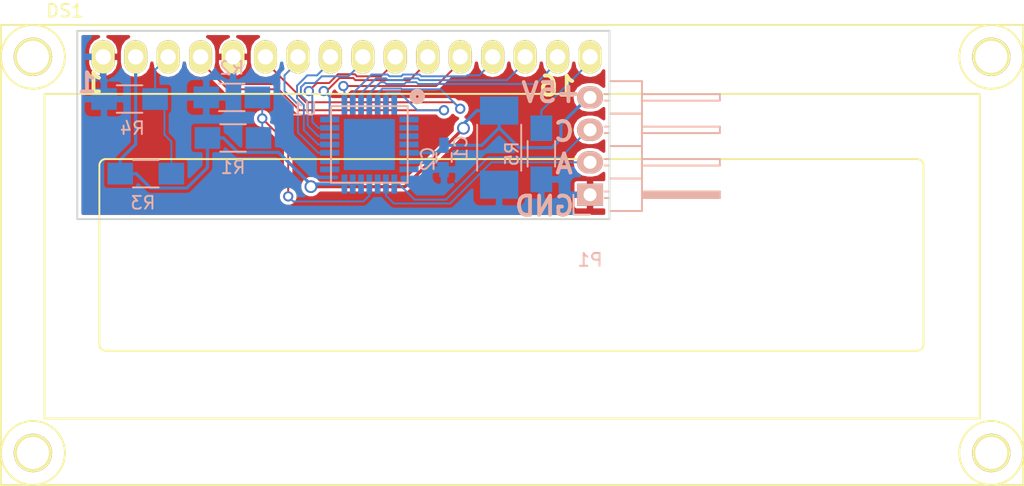
<source format=kicad_pcb>
(kicad_pcb (version 4) (host pcbnew 4.0.2-4+6225~38~ubuntu14.04.1-stable)

  (general
    (links 36)
    (no_connects 20)
    (area 142.672999 91.872999 184.479001 106.755001)
    (thickness 1.6)
    (drawings 11)
    (tracks 199)
    (zones 0)
    (modules 10)
    (nets 28)
  )

  (page A4)
  (layers
    (0 F.Cu signal)
    (31 B.Cu signal)
    (32 B.Adhes user)
    (33 F.Adhes user)
    (34 B.Paste user)
    (35 F.Paste user)
    (36 B.SilkS user)
    (37 F.SilkS user)
    (38 B.Mask user)
    (39 F.Mask user)
    (40 Dwgs.User user)
    (41 Cmts.User user)
    (42 Eco1.User user)
    (43 Eco2.User user)
    (44 Edge.Cuts user)
    (45 Margin user)
    (46 B.CrtYd user)
    (47 F.CrtYd user)
    (48 B.Fab user)
    (49 F.Fab user)
  )

  (setup
    (last_trace_width 0.15)
    (trace_clearance 0.15)
    (zone_clearance 0.254)
    (zone_45_only no)
    (trace_min 0.15)
    (segment_width 0.2)
    (edge_width 0.15)
    (via_size 0.8)
    (via_drill 0.5)
    (via_min_size 0.8)
    (via_min_drill 0.5)
    (uvia_size 0.3)
    (uvia_drill 0.1)
    (uvias_allowed no)
    (uvia_min_size 0.2)
    (uvia_min_drill 0.1)
    (pcb_text_width 0.3)
    (pcb_text_size 1.5 1.5)
    (mod_edge_width 0.15)
    (mod_text_size 1 1)
    (mod_text_width 0.15)
    (pad_size 1.524 1.524)
    (pad_drill 0.762)
    (pad_to_mask_clearance 0.2)
    (aux_axis_origin 0 0)
    (visible_elements FFFFBF7F)
    (pcbplotparams
      (layerselection 0x010f0_80000001)
      (usegerberextensions false)
      (excludeedgelayer true)
      (linewidth 0.100000)
      (plotframeref false)
      (viasonmask true)
      (mode 1)
      (useauxorigin false)
      (hpglpennumber 1)
      (hpglpenspeed 20)
      (hpglpendiameter 15)
      (hpglpenoverlay 2)
      (psnegative false)
      (psa4output false)
      (plotreference true)
      (plotvalue true)
      (plotinvisibletext false)
      (padsonsilk false)
      (subtractmaskfromsilk false)
      (outputformat 1)
      (mirror false)
      (drillshape 0)
      (scaleselection 1)
      (outputdirectory Gerbers/))
  )

  (net 0 "")
  (net 1 +5V)
  (net 2 GND)
  (net 3 /LCD_VO)
  (net 4 /LCD_RS)
  (net 5 /LCD_E)
  (net 6 "Net-(DS1-Pad16)")
  (net 7 /A0)
  (net 8 "Net-(U1-Pad15)")
  (net 9 "Net-(U1-Pad16)")
  (net 10 /SCL)
  (net 11 /SDA)
  (net 12 "Net-(U1-Pad4)")
  (net 13 "Net-(U1-Pad10)")
  (net 14 "Net-(U1-Pad7)")
  (net 15 /D0)
  (net 16 /D1)
  (net 17 /D2)
  (net 18 /D3)
  (net 19 /D4)
  (net 20 /D5)
  (net 21 /D6)
  (net 22 /D7)
  (net 23 /LCD_BL)
  (net 24 "Net-(U1-Pad28)")
  (net 25 "Net-(U1-Pad1)")
  (net 26 "Net-(U1-Pad3)")
  (net 27 "Net-(U1-Pad2)")

  (net_class Default "Dies ist die voreingestellte Netzklasse."
    (clearance 0.15)
    (trace_width 0.15)
    (via_dia 0.8)
    (via_drill 0.5)
    (uvia_dia 0.3)
    (uvia_drill 0.1)
    (add_net /A0)
    (add_net /D0)
    (add_net /D1)
    (add_net /D2)
    (add_net /D3)
    (add_net /D4)
    (add_net /D5)
    (add_net /D6)
    (add_net /D7)
    (add_net /LCD_BL)
    (add_net /LCD_E)
    (add_net /LCD_RS)
    (add_net /LCD_VO)
    (add_net /SCL)
    (add_net /SDA)
    (add_net "Net-(DS1-Pad16)")
    (add_net "Net-(U1-Pad1)")
    (add_net "Net-(U1-Pad10)")
    (add_net "Net-(U1-Pad15)")
    (add_net "Net-(U1-Pad16)")
    (add_net "Net-(U1-Pad2)")
    (add_net "Net-(U1-Pad28)")
    (add_net "Net-(U1-Pad3)")
    (add_net "Net-(U1-Pad4)")
    (add_net "Net-(U1-Pad7)")
  )

  (net_class POWER ""
    (clearance 0.15)
    (trace_width 0.25)
    (via_dia 1)
    (via_drill 0.7)
    (uvia_dia 0.3)
    (uvia_drill 0.1)
    (add_net +5V)
    (add_net GND)
  )

  (module "PIC24 USB:QFN28_6x6mm" (layer B.Cu) (tedit 56D33A43) (tstamp 56D3458D)
    (at 165.608 100.838 180)
    (path /56D36D3C)
    (fp_text reference U1 (at 5.08 2.794 180) (layer B.SilkS)
      (effects (font (size 1 1) (thickness 0.15)) (justify mirror))
    )
    (fp_text value MCP23017_QFN28 (at 2.5 -8.5 180) (layer B.Fab)
      (effects (font (size 1 1) (thickness 0.15)) (justify mirror))
    )
    (fp_circle (center -3.75 3.75) (end -3.5 3.5) (layer B.SilkS) (width 0.5))
    (fp_line (start 3 3) (end -3 3) (layer B.SilkS) (width 0.15))
    (fp_line (start 3 -3) (end 3 3) (layer B.SilkS) (width 0.15))
    (fp_line (start -3 -3) (end 3 -3) (layer B.SilkS) (width 0.15))
    (fp_line (start -3 3) (end -3 -3) (layer B.SilkS) (width 0.15))
    (pad 24 smd rect (at 0.65 3.1 180) (size 0.45 1.5) (layers B.Cu B.Paste B.Mask)
      (net 22 /D7))
    (pad 25 smd rect (at 0 3.1 180) (size 0.45 1.5) (layers B.Cu B.Paste B.Mask)
      (net 23 /LCD_BL))
    (pad 22 smd rect (at 1.95 3.1 180) (size 0.45 1.5) (layers B.Cu B.Paste B.Mask)
      (net 20 /D5))
    (pad 23 smd rect (at 1.3 3.1 180) (size 0.45 1.5) (layers B.Cu B.Paste B.Mask)
      (net 21 /D6))
    (pad 28 smd rect (at -1.95 3.1 180) (size 0.45 1.5) (layers B.Cu B.Paste B.Mask)
      (net 24 "Net-(U1-Pad28)"))
    (pad 26 smd rect (at -0.65 3.1 180) (size 0.45 1.5) (layers B.Cu B.Paste B.Mask)
      (net 4 /LCD_RS))
    (pad 27 smd rect (at -1.3 3.1 180) (size 0.45 1.5) (layers B.Cu B.Paste B.Mask)
      (net 5 /LCD_E))
    (pad 20 smd rect (at 3.1 1.3 90) (size 0.45 1.5) (layers B.Cu B.Paste B.Mask)
      (net 18 /D3))
    (pad 15 smd rect (at 3.1 -1.95 90) (size 0.45 1.5) (layers B.Cu B.Paste B.Mask)
      (net 8 "Net-(U1-Pad15)"))
    (pad 18 smd rect (at 3.1 0 90) (size 0.45 1.5) (layers B.Cu B.Paste B.Mask)
      (net 16 /D1))
    (pad 16 smd rect (at 3.1 -1.3 90) (size 0.45 1.5) (layers B.Cu B.Paste B.Mask)
      (net 9 "Net-(U1-Pad16)"))
    (pad 19 smd rect (at 3.1 0.65 90) (size 0.45 1.5) (layers B.Cu B.Paste B.Mask)
      (net 17 /D2))
    (pad 21 smd rect (at 3.1 1.95 90) (size 0.45 1.5) (layers B.Cu B.Paste B.Mask)
      (net 19 /D4))
    (pad 17 smd rect (at 3.1 -0.65 90) (size 0.45 1.5) (layers B.Cu B.Paste B.Mask)
      (net 15 /D0))
    (pad 13 smd rect (at 1.3 -3.1) (size 0.45 1.5) (layers B.Cu B.Paste B.Mask)
      (net 1 +5V))
    (pad 12 smd rect (at 0.65 -3.1) (size 0.45 1.5) (layers B.Cu B.Paste B.Mask)
      (net 1 +5V))
    (pad 10 smd rect (at -0.65 -3.1) (size 0.45 1.5) (layers B.Cu B.Paste B.Mask)
      (net 13 "Net-(U1-Pad10)"))
    (pad 8 smd rect (at -1.95 -3.1) (size 0.45 1.5) (layers B.Cu B.Paste B.Mask)
      (net 10 /SCL))
    (pad 11 smd rect (at 0 -3.1) (size 0.45 1.5) (layers B.Cu B.Paste B.Mask)
      (net 7 /A0))
    (pad 14 smd rect (at 1.95 -3.1) (size 0.45 1.5) (layers B.Cu B.Paste B.Mask)
      (net 1 +5V))
    (pad 9 smd rect (at -1.3 -3.1) (size 0.45 1.5) (layers B.Cu B.Paste B.Mask)
      (net 11 /SDA))
    (pad 5 smd rect (at -3.1 -0.65 270) (size 0.45 1.5) (layers B.Cu B.Paste B.Mask)
      (net 1 +5V))
    (pad 1 smd rect (at -3.1 1.95 270) (size 0.45 1.5) (layers B.Cu B.Paste B.Mask)
      (net 25 "Net-(U1-Pad1)"))
    (pad 7 smd rect (at -3.1 -1.95 270) (size 0.45 1.5) (layers B.Cu B.Paste B.Mask)
      (net 14 "Net-(U1-Pad7)"))
    (pad 3 smd rect (at -3.1 0.65 270) (size 0.45 1.5) (layers B.Cu B.Paste B.Mask)
      (net 26 "Net-(U1-Pad3)"))
    (pad 2 smd rect (at -3.1 1.3 270) (size 0.45 1.5) (layers B.Cu B.Paste B.Mask)
      (net 27 "Net-(U1-Pad2)"))
    (pad 6 smd rect (at -3.1 -1.3 270) (size 0.45 1.5) (layers B.Cu B.Paste B.Mask)
      (net 2 GND))
    (pad 4 smd rect (at -3.1 0 270) (size 0.45 1.5) (layers B.Cu B.Paste B.Mask)
      (net 12 "Net-(U1-Pad4)"))
    (pad EP smd rect (at 0 0 180) (size 4 4) (layers B.Cu B.Paste B.Mask)
      (net 2 GND))
  )

  (module WC1602A locked (layer F.Cu) (tedit 0) (tstamp 56D34225)
    (at 144.78 93.98)
    (descr http://www.kamami.pl/dl/wc1602a0.pdf)
    (tags "LCD 16x2 Alphanumeric 16pin")
    (path /56D326FB)
    (fp_text reference DS1 (at -2.99974 -3.59918) (layer F.SilkS)
      (effects (font (size 1 1) (thickness 0.15)))
    )
    (fp_text value LCD16X2 (at 31.99892 15.49908) (layer F.Fab)
      (effects (font (size 1 1) (thickness 0.15)))
    )
    (fp_line (start 0.20066 8.001) (end 63.70066 8.001) (layer F.SilkS) (width 0.15))
    (fp_line (start -0.29972 22.49932) (end -0.29972 8.49884) (layer F.SilkS) (width 0.15))
    (fp_line (start 63.70066 22.9997) (end 0.20066 22.9997) (layer F.SilkS) (width 0.15))
    (fp_line (start 64.20104 8.49884) (end 64.20104 22.49932) (layer F.SilkS) (width 0.15))
    (fp_arc (start 63.70066 8.49884) (end 63.70066 8.001) (angle 90) (layer F.SilkS) (width 0.15))
    (fp_arc (start 63.70066 22.49932) (end 64.20104 22.49932) (angle 90) (layer F.SilkS) (width 0.15))
    (fp_arc (start 0.20066 22.49932) (end 0.20066 22.9997) (angle 90) (layer F.SilkS) (width 0.15))
    (fp_arc (start 0.20066 8.49884) (end -0.29972 8.49884) (angle 90) (layer F.SilkS) (width 0.15))
    (fp_line (start -4.59994 2.90068) (end 68.60032 2.90068) (layer F.SilkS) (width 0.15))
    (fp_line (start 68.60032 2.90068) (end 68.60032 28.30068) (layer F.SilkS) (width 0.15))
    (fp_line (start 68.60032 28.30068) (end -4.59994 28.30068) (layer F.SilkS) (width 0.15))
    (fp_line (start -4.59994 28.30068) (end -4.59994 2.90068) (layer F.SilkS) (width 0.15))
    (fp_circle (center 69.49948 0) (end 71.99884 0) (layer F.SilkS) (width 0.15))
    (fp_circle (center 69.49948 31.0007) (end 71.99884 31.0007) (layer F.SilkS) (width 0.15))
    (fp_circle (center -5.4991 31.0007) (end -8.001 31.0007) (layer F.SilkS) (width 0.15))
    (fp_circle (center -5.4991 0) (end -2.99974 0) (layer F.SilkS) (width 0.15))
    (fp_line (start -8.001 -2.49936) (end 71.99884 -2.49936) (layer F.SilkS) (width 0.15))
    (fp_line (start 71.99884 -2.49936) (end 71.99884 33.50006) (layer F.SilkS) (width 0.15))
    (fp_line (start 71.99884 33.50006) (end -8.001 33.50006) (layer F.SilkS) (width 0.15))
    (fp_line (start -8.001 33.50006) (end -8.001 -2.49936) (layer F.SilkS) (width 0.15))
    (pad 1 thru_hole oval (at 0 0) (size 1.8 2.6) (drill 1.2) (layers *.Cu *.Mask F.SilkS)
      (net 2 GND))
    (pad 2 thru_hole oval (at 2.54 0) (size 1.8 2.6) (drill 1.2) (layers *.Cu *.Mask F.SilkS)
      (net 1 +5V))
    (pad 3 thru_hole oval (at 5.08 0) (size 1.8 2.6) (drill 1.2) (layers *.Cu *.Mask F.SilkS)
      (net 3 /LCD_VO))
    (pad 4 thru_hole oval (at 7.62 0) (size 1.8 2.6) (drill 1.2) (layers *.Cu *.Mask F.SilkS)
      (net 5 /LCD_E))
    (pad 5 thru_hole oval (at 10.16 0) (size 1.8 2.6) (drill 1.2) (layers *.Cu *.Mask F.SilkS)
      (net 2 GND))
    (pad 6 thru_hole oval (at 12.7 0) (size 1.8 2.6) (drill 1.2) (layers *.Cu *.Mask F.SilkS)
      (net 4 /LCD_RS))
    (pad 7 thru_hole oval (at 15.24 0) (size 1.8 2.6) (drill 1.2) (layers *.Cu *.Mask F.SilkS)
      (net 15 /D0))
    (pad 8 thru_hole oval (at 17.78 0) (size 1.8 2.6) (drill 1.2) (layers *.Cu *.Mask F.SilkS)
      (net 16 /D1))
    (pad 9 thru_hole oval (at 20.32 0) (size 1.8 2.6) (drill 1.2) (layers *.Cu *.Mask F.SilkS)
      (net 17 /D2))
    (pad 10 thru_hole oval (at 22.86 0) (size 1.8 2.6) (drill 1.2) (layers *.Cu *.Mask F.SilkS)
      (net 18 /D3))
    (pad 11 thru_hole oval (at 25.4 0) (size 1.8 2.6) (drill 1.2) (layers *.Cu *.Mask F.SilkS)
      (net 19 /D4))
    (pad 12 thru_hole oval (at 27.94 0) (size 1.8 2.6) (drill 1.2) (layers *.Cu *.Mask F.SilkS)
      (net 20 /D5))
    (pad 13 thru_hole oval (at 30.48 0) (size 1.8 2.6) (drill 1.2) (layers *.Cu *.Mask F.SilkS)
      (net 21 /D6))
    (pad 14 thru_hole oval (at 33.02 0) (size 1.8 2.6) (drill 1.2) (layers *.Cu *.Mask F.SilkS)
      (net 22 /D7))
    (pad 15 thru_hole oval (at 35.56 0) (size 1.8 2.6) (drill 1.2) (layers *.Cu *.Mask F.SilkS)
      (net 23 /LCD_BL))
    (pad 16 thru_hole oval (at 38.1 0) (size 1.8 2.6) (drill 1.2) (layers *.Cu *.Mask F.SilkS)
      (net 6 "Net-(DS1-Pad16)"))
    (pad 0 thru_hole circle (at -5.4991 0) (size 3 3) (drill 2.5) (layers *.Cu *.Mask F.SilkS))
    (pad 0 thru_hole circle (at -5.4991 31.0007) (size 3 3) (drill 2.5) (layers *.Cu *.Mask F.SilkS))
    (pad 0 thru_hole circle (at 69.49948 31.0007) (size 3 3) (drill 2.5) (layers *.Cu *.Mask F.SilkS))
    (pad 0 thru_hole circle (at 69.49948 0) (size 3 3) (drill 2.5) (layers *.Cu *.Mask F.SilkS))
  )

  (module Capacitors_SMD:C_1812_HandSoldering (layer B.Cu) (tedit 541A9C88) (tstamp 56D341ED)
    (at 175.768 101.092 270)
    (descr "Capacitor SMD 1812, hand soldering")
    (tags "capacitor 1812")
    (path /56D346A5)
    (attr smd)
    (fp_text reference C1 (at 0 3 270) (layer B.SilkS)
      (effects (font (size 1 1) (thickness 0.15)) (justify mirror))
    )
    (fp_text value 1u (at 0 -3 270) (layer B.Fab)
      (effects (font (size 1 1) (thickness 0.15)) (justify mirror))
    )
    (fp_line (start -4.3 1.85) (end 4.3 1.85) (layer B.CrtYd) (width 0.05))
    (fp_line (start -4.3 -1.85) (end 4.3 -1.85) (layer B.CrtYd) (width 0.05))
    (fp_line (start -4.3 1.85) (end -4.3 -1.85) (layer B.CrtYd) (width 0.05))
    (fp_line (start 4.3 1.85) (end 4.3 -1.85) (layer B.CrtYd) (width 0.05))
    (fp_line (start 1.8 1.725) (end -1.8 1.725) (layer B.SilkS) (width 0.15))
    (fp_line (start -1.8 -1.725) (end 1.8 -1.725) (layer B.SilkS) (width 0.15))
    (pad 1 smd rect (at -2.9 0 270) (size 2.2 3) (layers B.Cu B.Paste B.Mask)
      (net 1 +5V))
    (pad 2 smd rect (at 2.9 0 270) (size 2.2 3) (layers B.Cu B.Paste B.Mask)
      (net 2 GND))
    (model Capacitors_SMD.3dshapes/C_1812_HandSoldering.wrl
      (at (xyz 0 0 0))
      (scale (xyz 1 1 1))
      (rotate (xyz 0 0 0))
    )
  )

  (module Capacitors_SMD:C_0603_HandSoldering (layer B.Cu) (tedit 541A9B4D) (tstamp 56D341F9)
    (at 171.45 101.854 270)
    (descr "Capacitor SMD 0603, hand soldering")
    (tags "capacitor 0603")
    (path /56D340B9)
    (attr smd)
    (fp_text reference C2 (at 0.127 1.27 270) (layer B.SilkS)
      (effects (font (size 1 1) (thickness 0.15)) (justify mirror))
    )
    (fp_text value 100n (at 0 -1.9 270) (layer B.Fab)
      (effects (font (size 1 1) (thickness 0.15)) (justify mirror))
    )
    (fp_line (start -1.85 0.75) (end 1.85 0.75) (layer B.CrtYd) (width 0.05))
    (fp_line (start -1.85 -0.75) (end 1.85 -0.75) (layer B.CrtYd) (width 0.05))
    (fp_line (start -1.85 0.75) (end -1.85 -0.75) (layer B.CrtYd) (width 0.05))
    (fp_line (start 1.85 0.75) (end 1.85 -0.75) (layer B.CrtYd) (width 0.05))
    (fp_line (start -0.35 0.6) (end 0.35 0.6) (layer B.SilkS) (width 0.15))
    (fp_line (start 0.35 -0.6) (end -0.35 -0.6) (layer B.SilkS) (width 0.15))
    (pad 1 smd rect (at -0.95 0 270) (size 1.2 0.75) (layers B.Cu B.Paste B.Mask)
      (net 1 +5V))
    (pad 2 smd rect (at 0.95 0 270) (size 1.2 0.75) (layers B.Cu B.Paste B.Mask)
      (net 2 GND))
    (model Capacitors_SMD.3dshapes/C_0603_HandSoldering.wrl
      (at (xyz 0 0 0))
      (scale (xyz 1 1 1))
      (rotate (xyz 0 0 0))
    )
  )

  (module Resistors_SMD:R_1206_HandSoldering (layer B.Cu) (tedit 5418A20D) (tstamp 56D34231)
    (at 154.94 100.33)
    (descr "Resistor SMD 1206, hand soldering")
    (tags "resistor 1206")
    (path /56D34B31)
    (attr smd)
    (fp_text reference R1 (at 0 2.3) (layer B.SilkS)
      (effects (font (size 1 1) (thickness 0.15)) (justify mirror))
    )
    (fp_text value R (at 0 -2.3) (layer B.Fab)
      (effects (font (size 1 1) (thickness 0.15)) (justify mirror))
    )
    (fp_line (start -3.3 1.2) (end 3.3 1.2) (layer B.CrtYd) (width 0.05))
    (fp_line (start -3.3 -1.2) (end 3.3 -1.2) (layer B.CrtYd) (width 0.05))
    (fp_line (start -3.3 1.2) (end -3.3 -1.2) (layer B.CrtYd) (width 0.05))
    (fp_line (start 3.3 1.2) (end 3.3 -1.2) (layer B.CrtYd) (width 0.05))
    (fp_line (start 1 -1.075) (end -1 -1.075) (layer B.SilkS) (width 0.15))
    (fp_line (start -1 1.075) (end 1 1.075) (layer B.SilkS) (width 0.15))
    (pad 1 smd rect (at -2 0) (size 2 1.7) (layers B.Cu B.Paste B.Mask)
      (net 1 +5V))
    (pad 2 smd rect (at 2 0) (size 2 1.7) (layers B.Cu B.Paste B.Mask)
      (net 7 /A0))
    (model Resistors_SMD.3dshapes/R_1206_HandSoldering.wrl
      (at (xyz 0 0 0))
      (scale (xyz 1 1 1))
      (rotate (xyz 0 0 0))
    )
  )

  (module Resistors_SMD:R_1206_HandSoldering (layer B.Cu) (tedit 5418A20D) (tstamp 56D3423D)
    (at 154.845 97.155 180)
    (descr "Resistor SMD 1206, hand soldering")
    (tags "resistor 1206")
    (path /56D34B37)
    (attr smd)
    (fp_text reference R2 (at 0 2.3 180) (layer B.SilkS)
      (effects (font (size 1 1) (thickness 0.15)) (justify mirror))
    )
    (fp_text value R (at 0 -2.3 180) (layer B.Fab)
      (effects (font (size 1 1) (thickness 0.15)) (justify mirror))
    )
    (fp_line (start -3.3 1.2) (end 3.3 1.2) (layer B.CrtYd) (width 0.05))
    (fp_line (start -3.3 -1.2) (end 3.3 -1.2) (layer B.CrtYd) (width 0.05))
    (fp_line (start -3.3 1.2) (end -3.3 -1.2) (layer B.CrtYd) (width 0.05))
    (fp_line (start 3.3 1.2) (end 3.3 -1.2) (layer B.CrtYd) (width 0.05))
    (fp_line (start 1 -1.075) (end -1 -1.075) (layer B.SilkS) (width 0.15))
    (fp_line (start -1 1.075) (end 1 1.075) (layer B.SilkS) (width 0.15))
    (pad 1 smd rect (at -2 0 180) (size 2 1.7) (layers B.Cu B.Paste B.Mask)
      (net 7 /A0))
    (pad 2 smd rect (at 2 0 180) (size 2 1.7) (layers B.Cu B.Paste B.Mask)
      (net 2 GND))
    (model Resistors_SMD.3dshapes/R_1206_HandSoldering.wrl
      (at (xyz 0 0 0))
      (scale (xyz 1 1 1))
      (rotate (xyz 0 0 0))
    )
  )

  (module Resistors_SMD:R_1206_HandSoldering (layer B.Cu) (tedit 5418A20D) (tstamp 56D34249)
    (at 148.114 103.124)
    (descr "Resistor SMD 1206, hand soldering")
    (tags "resistor 1206")
    (path /56D327CE)
    (attr smd)
    (fp_text reference R3 (at -0.222 2.286) (layer B.SilkS)
      (effects (font (size 1 1) (thickness 0.15)) (justify mirror))
    )
    (fp_text value R (at 0 -2.3) (layer B.Fab)
      (effects (font (size 1 1) (thickness 0.15)) (justify mirror))
    )
    (fp_line (start -3.3 1.2) (end 3.3 1.2) (layer B.CrtYd) (width 0.05))
    (fp_line (start -3.3 -1.2) (end 3.3 -1.2) (layer B.CrtYd) (width 0.05))
    (fp_line (start -3.3 1.2) (end -3.3 -1.2) (layer B.CrtYd) (width 0.05))
    (fp_line (start 3.3 1.2) (end 3.3 -1.2) (layer B.CrtYd) (width 0.05))
    (fp_line (start 1 -1.075) (end -1 -1.075) (layer B.SilkS) (width 0.15))
    (fp_line (start -1 1.075) (end 1 1.075) (layer B.SilkS) (width 0.15))
    (pad 1 smd rect (at -2 0) (size 2 1.7) (layers B.Cu B.Paste B.Mask)
      (net 1 +5V))
    (pad 2 smd rect (at 2 0) (size 2 1.7) (layers B.Cu B.Paste B.Mask)
      (net 3 /LCD_VO))
    (model Resistors_SMD.3dshapes/R_1206_HandSoldering.wrl
      (at (xyz 0 0 0))
      (scale (xyz 1 1 1))
      (rotate (xyz 0 0 0))
    )
  )

  (module Resistors_SMD:R_1206_HandSoldering (layer B.Cu) (tedit 5418A20D) (tstamp 56D34255)
    (at 146.844 97.282 180)
    (descr "Resistor SMD 1206, hand soldering")
    (tags "resistor 1206")
    (path /56D327FB)
    (attr smd)
    (fp_text reference R4 (at -0.222 -2.286 180) (layer B.SilkS)
      (effects (font (size 1 1) (thickness 0.15)) (justify mirror))
    )
    (fp_text value R (at 0 -2.3 180) (layer B.Fab)
      (effects (font (size 1 1) (thickness 0.15)) (justify mirror))
    )
    (fp_line (start -3.3 1.2) (end 3.3 1.2) (layer B.CrtYd) (width 0.05))
    (fp_line (start -3.3 -1.2) (end 3.3 -1.2) (layer B.CrtYd) (width 0.05))
    (fp_line (start -3.3 1.2) (end -3.3 -1.2) (layer B.CrtYd) (width 0.05))
    (fp_line (start 3.3 1.2) (end 3.3 -1.2) (layer B.CrtYd) (width 0.05))
    (fp_line (start 1 -1.075) (end -1 -1.075) (layer B.SilkS) (width 0.15))
    (fp_line (start -1 1.075) (end 1 1.075) (layer B.SilkS) (width 0.15))
    (pad 1 smd rect (at -2 0 180) (size 2 1.7) (layers B.Cu B.Paste B.Mask)
      (net 3 /LCD_VO))
    (pad 2 smd rect (at 2 0 180) (size 2 1.7) (layers B.Cu B.Paste B.Mask)
      (net 2 GND))
    (model Resistors_SMD.3dshapes/R_1206_HandSoldering.wrl
      (at (xyz 0 0 0))
      (scale (xyz 1 1 1))
      (rotate (xyz 0 0 0))
    )
  )

  (module Resistors_SMD:R_1206_HandSoldering (layer B.Cu) (tedit 5418A20D) (tstamp 56D34261)
    (at 179.07 101.568 270)
    (descr "Resistor SMD 1206, hand soldering")
    (tags "resistor 1206")
    (path /56D32B1B)
    (attr smd)
    (fp_text reference R5 (at 0 2.3 270) (layer B.SilkS)
      (effects (font (size 1 1) (thickness 0.15)) (justify mirror))
    )
    (fp_text value R (at 0 -2.3 270) (layer B.Fab)
      (effects (font (size 1 1) (thickness 0.15)) (justify mirror))
    )
    (fp_line (start -3.3 1.2) (end 3.3 1.2) (layer B.CrtYd) (width 0.05))
    (fp_line (start -3.3 -1.2) (end 3.3 -1.2) (layer B.CrtYd) (width 0.05))
    (fp_line (start -3.3 1.2) (end -3.3 -1.2) (layer B.CrtYd) (width 0.05))
    (fp_line (start 3.3 1.2) (end 3.3 -1.2) (layer B.CrtYd) (width 0.05))
    (fp_line (start 1 -1.075) (end -1 -1.075) (layer B.SilkS) (width 0.15))
    (fp_line (start -1 1.075) (end 1 1.075) (layer B.SilkS) (width 0.15))
    (pad 1 smd rect (at -2 0 270) (size 2 1.7) (layers B.Cu B.Paste B.Mask)
      (net 6 "Net-(DS1-Pad16)"))
    (pad 2 smd rect (at 2 0 270) (size 2 1.7) (layers B.Cu B.Paste B.Mask)
      (net 2 GND))
    (model Resistors_SMD.3dshapes/R_1206_HandSoldering.wrl
      (at (xyz 0 0 0))
      (scale (xyz 1 1 1))
      (rotate (xyz 0 0 0))
    )
  )

  (module Pin_Headers:Pin_Header_Angled_1x04 (layer B.Cu) (tedit 0) (tstamp 56D347F9)
    (at 182.88 104.775)
    (descr "Through hole pin header")
    (tags "pin header")
    (path /56D3568B)
    (fp_text reference P1 (at 0 5.1) (layer B.SilkS)
      (effects (font (size 1 1) (thickness 0.15)) (justify mirror))
    )
    (fp_text value CONN_01X04 (at 0 3.1) (layer B.Fab)
      (effects (font (size 1 1) (thickness 0.15)) (justify mirror))
    )
    (fp_line (start -1.5 1.75) (end -1.5 -9.4) (layer B.CrtYd) (width 0.05))
    (fp_line (start 10.65 1.75) (end 10.65 -9.4) (layer B.CrtYd) (width 0.05))
    (fp_line (start -1.5 1.75) (end 10.65 1.75) (layer B.CrtYd) (width 0.05))
    (fp_line (start -1.5 -9.4) (end 10.65 -9.4) (layer B.CrtYd) (width 0.05))
    (fp_line (start -1.3 1.55) (end -1.3 0) (layer B.SilkS) (width 0.15))
    (fp_line (start 0 1.55) (end -1.3 1.55) (layer B.SilkS) (width 0.15))
    (fp_line (start 4.191 0.127) (end 10.033 0.127) (layer B.SilkS) (width 0.15))
    (fp_line (start 10.033 0.127) (end 10.033 -0.127) (layer B.SilkS) (width 0.15))
    (fp_line (start 10.033 -0.127) (end 4.191 -0.127) (layer B.SilkS) (width 0.15))
    (fp_line (start 4.191 -0.127) (end 4.191 0) (layer B.SilkS) (width 0.15))
    (fp_line (start 4.191 0) (end 10.033 0) (layer B.SilkS) (width 0.15))
    (fp_line (start 1.524 0.254) (end 1.143 0.254) (layer B.SilkS) (width 0.15))
    (fp_line (start 1.524 -0.254) (end 1.143 -0.254) (layer B.SilkS) (width 0.15))
    (fp_line (start 1.524 -2.286) (end 1.143 -2.286) (layer B.SilkS) (width 0.15))
    (fp_line (start 1.524 -2.794) (end 1.143 -2.794) (layer B.SilkS) (width 0.15))
    (fp_line (start 1.524 -4.826) (end 1.143 -4.826) (layer B.SilkS) (width 0.15))
    (fp_line (start 1.524 -5.334) (end 1.143 -5.334) (layer B.SilkS) (width 0.15))
    (fp_line (start 1.524 -7.874) (end 1.143 -7.874) (layer B.SilkS) (width 0.15))
    (fp_line (start 1.524 -7.366) (end 1.143 -7.366) (layer B.SilkS) (width 0.15))
    (fp_line (start 1.524 1.27) (end 4.064 1.27) (layer B.SilkS) (width 0.15))
    (fp_line (start 1.524 -1.27) (end 4.064 -1.27) (layer B.SilkS) (width 0.15))
    (fp_line (start 1.524 -1.27) (end 1.524 -3.81) (layer B.SilkS) (width 0.15))
    (fp_line (start 1.524 -3.81) (end 4.064 -3.81) (layer B.SilkS) (width 0.15))
    (fp_line (start 4.064 -2.286) (end 10.16 -2.286) (layer B.SilkS) (width 0.15))
    (fp_line (start 10.16 -2.286) (end 10.16 -2.794) (layer B.SilkS) (width 0.15))
    (fp_line (start 10.16 -2.794) (end 4.064 -2.794) (layer B.SilkS) (width 0.15))
    (fp_line (start 4.064 -3.81) (end 4.064 -1.27) (layer B.SilkS) (width 0.15))
    (fp_line (start 4.064 -1.27) (end 4.064 1.27) (layer B.SilkS) (width 0.15))
    (fp_line (start 10.16 -0.254) (end 4.064 -0.254) (layer B.SilkS) (width 0.15))
    (fp_line (start 10.16 0.254) (end 10.16 -0.254) (layer B.SilkS) (width 0.15))
    (fp_line (start 4.064 0.254) (end 10.16 0.254) (layer B.SilkS) (width 0.15))
    (fp_line (start 1.524 -1.27) (end 4.064 -1.27) (layer B.SilkS) (width 0.15))
    (fp_line (start 1.524 1.27) (end 1.524 -1.27) (layer B.SilkS) (width 0.15))
    (fp_line (start 1.524 -6.35) (end 4.064 -6.35) (layer B.SilkS) (width 0.15))
    (fp_line (start 1.524 -6.35) (end 1.524 -8.89) (layer B.SilkS) (width 0.15))
    (fp_line (start 1.524 -8.89) (end 4.064 -8.89) (layer B.SilkS) (width 0.15))
    (fp_line (start 4.064 -7.366) (end 10.16 -7.366) (layer B.SilkS) (width 0.15))
    (fp_line (start 10.16 -7.366) (end 10.16 -7.874) (layer B.SilkS) (width 0.15))
    (fp_line (start 10.16 -7.874) (end 4.064 -7.874) (layer B.SilkS) (width 0.15))
    (fp_line (start 4.064 -8.89) (end 4.064 -6.35) (layer B.SilkS) (width 0.15))
    (fp_line (start 4.064 -6.35) (end 4.064 -3.81) (layer B.SilkS) (width 0.15))
    (fp_line (start 10.16 -5.334) (end 4.064 -5.334) (layer B.SilkS) (width 0.15))
    (fp_line (start 10.16 -4.826) (end 10.16 -5.334) (layer B.SilkS) (width 0.15))
    (fp_line (start 4.064 -4.826) (end 10.16 -4.826) (layer B.SilkS) (width 0.15))
    (fp_line (start 1.524 -6.35) (end 4.064 -6.35) (layer B.SilkS) (width 0.15))
    (fp_line (start 1.524 -3.81) (end 1.524 -6.35) (layer B.SilkS) (width 0.15))
    (fp_line (start 1.524 -3.81) (end 4.064 -3.81) (layer B.SilkS) (width 0.15))
    (pad 1 thru_hole rect (at 0 0) (size 2.032 1.7272) (drill 1.016) (layers *.Cu *.Mask B.SilkS)
      (net 2 GND))
    (pad 2 thru_hole oval (at 0 -2.54) (size 2.032 1.7272) (drill 1.016) (layers *.Cu *.Mask B.SilkS)
      (net 11 /SDA))
    (pad 3 thru_hole oval (at 0 -5.08) (size 2.032 1.7272) (drill 1.016) (layers *.Cu *.Mask B.SilkS)
      (net 10 /SCL))
    (pad 4 thru_hole oval (at 0 -7.62) (size 2.032 1.7272) (drill 1.016) (layers *.Cu *.Mask B.SilkS)
      (net 1 +5V))
    (model Pin_Headers.3dshapes/Pin_Header_Angled_1x04.wrl
      (at (xyz 0 -0.15 0))
      (scale (xyz 1 1 1))
      (rotate (xyz 0 0 90))
    )
  )

  (gr_text 16 (at 180.34 96.266) (layer F.SilkS)
    (effects (font (size 1.5 1.5) (thickness 0.3)) (justify mirror))
  )
  (gr_text 1 (at 144.018 96.012) (layer F.SilkS)
    (effects (font (size 1.5 1.5) (thickness 0.3)) (justify mirror))
  )
  (gr_text 1 (at 143.51 96.012) (layer B.SilkS)
    (effects (font (size 1.5 1.5) (thickness 0.3)) (justify mirror))
  )
  (gr_text GND (at 179.324 105.664) (layer B.SilkS)
    (effects (font (size 1.5 1.5) (thickness 0.3)) (justify mirror))
  )
  (gr_text A (at 180.848 102.362) (layer B.SilkS)
    (effects (font (size 1.5 1.5) (thickness 0.3)) (justify mirror))
  )
  (gr_text C (at 180.848 99.822) (layer B.SilkS)
    (effects (font (size 1.5 1.5) (thickness 0.3)) (justify mirror))
  )
  (gr_text +5V (at 179.832 96.774) (layer B.SilkS)
    (effects (font (size 1.5 1.5) (thickness 0.3)) (justify mirror))
  )
  (gr_line (start 184.404 91.948) (end 142.748 91.948) (layer Edge.Cuts) (width 0.15))
  (gr_line (start 184.404 106.68) (end 184.404 91.948) (layer Edge.Cuts) (width 0.15))
  (gr_line (start 142.748 106.68) (end 184.404 106.68) (layer Edge.Cuts) (width 0.15))
  (gr_line (start 142.748 91.948) (end 142.748 106.68) (layer Edge.Cuts) (width 0.15))

  (segment (start 179.891002 101.092) (end 177.318 101.092) (width 0.25) (layer B.Cu) (net 1))
  (segment (start 152.94 102.643002) (end 151.334001 104.249001) (width 0.25) (layer B.Cu) (net 1))
  (segment (start 151.334001 104.249001) (end 148.489001 104.249001) (width 0.25) (layer B.Cu) (net 1))
  (segment (start 148.489001 104.249001) (end 147.364 103.124) (width 0.25) (layer B.Cu) (net 1))
  (segment (start 147.364 103.124) (end 146.114 103.124) (width 0.25) (layer B.Cu) (net 1))
  (segment (start 146.114 102.024) (end 147.32 100.818) (width 0.25) (layer B.Cu) (net 1))
  (segment (start 146.114 103.124) (end 146.114 102.024) (width 0.25) (layer B.Cu) (net 1))
  (segment (start 147.32 100.818) (end 147.32 97.23) (width 0.25) (layer B.Cu) (net 1))
  (segment (start 152.94 100.33) (end 152.94 102.643002) (width 0.25) (layer B.Cu) (net 1))
  (segment (start 147.32 97.23) (end 147.32 95.53) (width 0.25) (layer B.Cu) (net 1))
  (segment (start 147.32 95.53) (end 147.32 93.98) (width 0.25) (layer B.Cu) (net 1))
  (segment (start 161.743106 104.14) (end 161.036 104.14) (width 0.25) (layer F.Cu) (net 1))
  (segment (start 168.402 104.14) (end 161.743106 104.14) (width 0.25) (layer F.Cu) (net 1))
  (segment (start 172.974 99.568) (end 168.402 104.14) (width 0.25) (layer F.Cu) (net 1))
  (via (at 161.036 104.14) (size 1) (drill 0.7) (layers F.Cu B.Cu) (net 1))
  (segment (start 160.988002 103.938) (end 161.036 103.985998) (width 0.25) (layer B.Cu) (net 1))
  (segment (start 161.036 103.985998) (end 161.036 104.14) (width 0.25) (layer B.Cu) (net 1))
  (segment (start 164.308 103.938) (end 160.988002 103.938) (width 0.25) (layer B.Cu) (net 1))
  (segment (start 164.958 103.938) (end 164.084 103.938) (width 0.25) (layer B.Cu) (net 1))
  (segment (start 164.084 103.938) (end 163.658 103.938) (width 0.25) (layer B.Cu) (net 1))
  (segment (start 172.974 99.236) (end 172.974 99.568) (width 0.25) (layer B.Cu) (net 1))
  (via (at 172.974 99.568) (size 1) (drill 0.7) (layers F.Cu B.Cu) (net 1))
  (segment (start 175.768 98.192) (end 174.018 98.192) (width 0.25) (layer B.Cu) (net 1))
  (segment (start 174.018 98.192) (end 172.974 99.236) (width 0.25) (layer B.Cu) (net 1))
  (segment (start 171.45 100.904) (end 174.406 100.904) (width 0.25) (layer B.Cu) (net 1))
  (segment (start 174.406 100.904) (end 175.768 99.542) (width 0.25) (layer B.Cu) (net 1))
  (segment (start 175.768 99.542) (end 175.768 98.192) (width 0.25) (layer B.Cu) (net 1))
  (segment (start 177.318 101.092) (end 175.768 99.542) (width 0.25) (layer B.Cu) (net 1))
  (segment (start 180.594 99.2886) (end 180.594 100.389002) (width 0.25) (layer B.Cu) (net 1))
  (segment (start 180.594 100.389002) (end 179.891002 101.092) (width 0.25) (layer B.Cu) (net 1))
  (segment (start 182.88 97.155) (end 182.7276 97.155) (width 0.25) (layer B.Cu) (net 1))
  (segment (start 182.7276 97.155) (end 180.594 99.2886) (width 0.25) (layer B.Cu) (net 1))
  (segment (start 163.658 103.938) (end 160.988002 103.938) (width 0.25) (layer B.Cu) (net 1))
  (segment (start 160.988002 103.938) (end 158.505003 101.455001) (width 0.25) (layer B.Cu) (net 1))
  (segment (start 158.505003 101.455001) (end 155.315001 101.455001) (width 0.25) (layer B.Cu) (net 1))
  (segment (start 155.315001 101.455001) (end 154.19 100.33) (width 0.25) (layer B.Cu) (net 1))
  (segment (start 154.19 100.33) (end 152.94 100.33) (width 0.25) (layer B.Cu) (net 1))
  (segment (start 168.708 101.488) (end 170.866 101.488) (width 0.25) (layer B.Cu) (net 1))
  (segment (start 170.866 101.488) (end 171.45 100.904) (width 0.25) (layer B.Cu) (net 1))
  (segment (start 147.32 94.7143) (end 147.32 93.98) (width 0.25) (layer B.Cu) (net 1))
  (segment (start 168.708 102.138) (end 170.784 102.138) (width 0.25) (layer B.Cu) (net 2))
  (segment (start 170.784 102.138) (end 171.45 102.804) (width 0.25) (layer B.Cu) (net 2))
  (segment (start 150.114 100.616) (end 150.114 103.124) (width 0.15) (layer B.Cu) (net 3))
  (segment (start 149.574 100.076) (end 150.114 100.616) (width 0.15) (layer B.Cu) (net 3))
  (segment (start 148.844 97.282) (end 148.844 94.996) (width 0.15) (layer B.Cu) (net 3))
  (segment (start 148.844 94.996) (end 149.86 93.98) (width 0.15) (layer B.Cu) (net 3))
  (segment (start 149.574 100.076) (end 149.574 98.012) (width 0.15) (layer B.Cu) (net 3))
  (segment (start 149.574 98.012) (end 148.844 97.282) (width 0.15) (layer B.Cu) (net 3))
  (segment (start 172.212 97.536) (end 160.636 97.536) (width 0.15) (layer F.Cu) (net 4))
  (segment (start 160.636 97.536) (end 157.48 94.38) (width 0.15) (layer F.Cu) (net 4))
  (segment (start 157.48 94.38) (end 157.48 93.98) (width 0.15) (layer F.Cu) (net 4))
  (segment (start 172.72 98.044) (end 172.212 97.536) (width 0.15) (layer F.Cu) (net 4))
  (segment (start 171.196 96.52) (end 172.72 98.044) (width 0.15) (layer B.Cu) (net 4))
  (via (at 172.72 98.044) (size 0.8) (drill 0.5) (layers F.Cu B.Cu) (net 4))
  (segment (start 168.144281 96.52) (end 171.196 96.52) (width 0.15) (layer B.Cu) (net 4))
  (segment (start 168.087269 96.462988) (end 168.144281 96.52) (width 0.15) (layer B.Cu) (net 4))
  (segment (start 166.258 97.738) (end 166.258 96.838) (width 0.15) (layer B.Cu) (net 4))
  (segment (start 166.258 96.838) (end 166.633012 96.462988) (width 0.15) (layer B.Cu) (net 4))
  (segment (start 166.633012 96.462988) (end 168.087269 96.462988) (width 0.15) (layer B.Cu) (net 4))
  (segment (start 157.48 94.38) (end 157.48 93.98) (width 0.15) (layer B.Cu) (net 4))
  (segment (start 171.45 98.16102) (end 160.13702 98.16102) (width 0.15) (layer F.Cu) (net 5))
  (segment (start 160.13702 98.16102) (end 158.496 96.52) (width 0.15) (layer F.Cu) (net 5))
  (segment (start 158.496 96.52) (end 154.54 96.52) (width 0.15) (layer F.Cu) (net 5))
  (segment (start 154.54 96.52) (end 152.4 94.38) (width 0.15) (layer F.Cu) (net 5))
  (segment (start 152.4 94.38) (end 152.4 93.98) (width 0.15) (layer F.Cu) (net 5))
  (via (at 171.45 98.16102) (size 0.8) (drill 0.5) (layers F.Cu B.Cu) (net 5))
  (segment (start 170.884315 98.16102) (end 171.45 98.16102) (width 0.15) (layer B.Cu) (net 5))
  (segment (start 169.361022 98.16102) (end 170.884315 98.16102) (width 0.15) (layer B.Cu) (net 5))
  (segment (start 166.908 97.738) (end 166.908 96.838) (width 0.15) (layer B.Cu) (net 5))
  (segment (start 166.908 96.838) (end 166.983001 96.762999) (width 0.15) (layer B.Cu) (net 5))
  (segment (start 166.983001 96.762999) (end 167.963001 96.762999) (width 0.15) (layer B.Cu) (net 5))
  (segment (start 167.963001 96.762999) (end 169.361022 98.16102) (width 0.15) (layer B.Cu) (net 5))
  (segment (start 182.88 93.98) (end 182.88 94.38) (width 0.15) (layer B.Cu) (net 6))
  (segment (start 182.88 94.38) (end 179.07 98.19) (width 0.15) (layer B.Cu) (net 6))
  (segment (start 179.07 98.19) (end 179.07 98.418) (width 0.15) (layer B.Cu) (net 6))
  (segment (start 179.07 98.418) (end 179.07 99.568) (width 0.15) (layer B.Cu) (net 6))
  (segment (start 159.657999 105.301999) (end 159.258 104.902) (width 0.15) (layer B.Cu) (net 7))
  (segment (start 165.144001 105.301999) (end 159.657999 105.301999) (width 0.15) (layer B.Cu) (net 7))
  (segment (start 165.608 104.838) (end 165.144001 105.301999) (width 0.15) (layer B.Cu) (net 7))
  (segment (start 159.258 104.336315) (end 159.258 104.902) (width 0.15) (layer F.Cu) (net 7))
  (segment (start 165.608 103.938) (end 165.608 104.838) (width 0.15) (layer B.Cu) (net 7))
  (segment (start 159.258 100.838) (end 159.258 104.336315) (width 0.15) (layer F.Cu) (net 7))
  (segment (start 157.226 98.806) (end 159.258 100.838) (width 0.15) (layer F.Cu) (net 7))
  (via (at 159.258 104.902) (size 0.8) (drill 0.5) (layers F.Cu B.Cu) (net 7))
  (segment (start 157.226 98.806) (end 157.226 99.06) (width 0.15) (layer F.Cu) (net 7))
  (segment (start 157.226 98.806) (end 157.226 100.044) (width 0.15) (layer B.Cu) (net 7))
  (segment (start 157.226 100.044) (end 156.94 100.33) (width 0.15) (layer B.Cu) (net 7))
  (segment (start 157.226 98.806) (end 157.226 97.536) (width 0.15) (layer B.Cu) (net 7))
  (segment (start 157.226 97.536) (end 156.845 97.155) (width 0.15) (layer B.Cu) (net 7))
  (via (at 157.226 98.806) (size 0.8) (drill 0.5) (layers F.Cu B.Cu) (net 7))
  (segment (start 167.933 103.938) (end 167.558 103.938) (width 0.15) (layer B.Cu) (net 10))
  (segment (start 169.151 105.156) (end 167.933 103.938) (width 0.15) (layer B.Cu) (net 10))
  (segment (start 171.598998 105.156) (end 169.151 105.156) (width 0.15) (layer B.Cu) (net 10))
  (segment (start 174.900998 101.854) (end 171.598998 105.156) (width 0.15) (layer B.Cu) (net 10))
  (segment (start 180.5686 101.854) (end 174.900998 101.854) (width 0.15) (layer B.Cu) (net 10))
  (segment (start 182.7276 99.695) (end 180.5686 101.854) (width 0.15) (layer B.Cu) (net 10))
  (segment (start 182.88 99.695) (end 182.7276 99.695) (width 0.15) (layer B.Cu) (net 10))
  (segment (start 166.908 104.838) (end 166.908 103.938) (width 0.15) (layer B.Cu) (net 11))
  (segment (start 167.526011 105.456011) (end 166.908 104.838) (width 0.15) (layer B.Cu) (net 11))
  (segment (start 171.933987 105.456011) (end 167.526011 105.456011) (width 0.15) (layer B.Cu) (net 11))
  (segment (start 175.154998 102.235) (end 171.933987 105.456011) (width 0.15) (layer B.Cu) (net 11))
  (segment (start 182.88 102.235) (end 175.154998 102.235) (width 0.15) (layer B.Cu) (net 11))
  (segment (start 160.02 97.71139) (end 158.97 96.66139) (width 0.15) (layer B.Cu) (net 15))
  (segment (start 160.02 94.38) (end 160.02 93.98) (width 0.15) (layer B.Cu) (net 15))
  (segment (start 158.97 95.43) (end 160.02 94.38) (width 0.15) (layer B.Cu) (net 15))
  (segment (start 160.02 99.9) (end 160.02 97.71139) (width 0.15) (layer B.Cu) (net 15))
  (segment (start 158.97 96.66139) (end 158.97 95.43) (width 0.15) (layer B.Cu) (net 15))
  (segment (start 162.508 101.488) (end 161.608 101.488) (width 0.15) (layer B.Cu) (net 15))
  (segment (start 161.608 101.488) (end 160.02 99.9) (width 0.15) (layer B.Cu) (net 15))
  (segment (start 161.608 100.838) (end 160.481989 99.711989) (width 0.15) (layer B.Cu) (net 16))
  (segment (start 159.951384 96.232711) (end 160.754095 95.43) (width 0.15) (layer B.Cu) (net 16))
  (segment (start 159.951384 97.218494) (end 159.951384 96.232711) (width 0.15) (layer B.Cu) (net 16))
  (segment (start 161.51 95.43) (end 162.56 94.38) (width 0.15) (layer B.Cu) (net 16))
  (segment (start 160.481989 99.711989) (end 160.481989 97.749099) (width 0.15) (layer B.Cu) (net 16))
  (segment (start 162.508 100.838) (end 161.608 100.838) (width 0.15) (layer B.Cu) (net 16))
  (segment (start 160.481989 97.749099) (end 159.951384 97.218494) (width 0.15) (layer B.Cu) (net 16))
  (segment (start 160.754095 95.43) (end 161.51 95.43) (width 0.15) (layer B.Cu) (net 16))
  (segment (start 162.56 94.38) (end 162.56 93.98) (width 0.15) (layer B.Cu) (net 16))
  (segment (start 163.97499 95.50501) (end 165.1 94.38) (width 0.15) (layer B.Cu) (net 17))
  (segment (start 160.782 99.362) (end 160.782 97.508307) (width 0.15) (layer B.Cu) (net 17))
  (segment (start 161.353742 96.031979) (end 161.880711 95.50501) (width 0.15) (layer B.Cu) (net 17))
  (segment (start 165.1 94.38) (end 165.1 93.98) (width 0.15) (layer B.Cu) (net 17))
  (segment (start 160.782 97.508307) (end 160.251395 96.977702) (width 0.15) (layer B.Cu) (net 17))
  (segment (start 162.508 100.188) (end 161.608 100.188) (width 0.15) (layer B.Cu) (net 17))
  (segment (start 160.251395 96.977702) (end 160.251395 96.356979) (width 0.15) (layer B.Cu) (net 17))
  (segment (start 161.608 100.188) (end 160.782 99.362) (width 0.15) (layer B.Cu) (net 17))
  (segment (start 160.576395 96.031979) (end 161.353742 96.031979) (width 0.15) (layer B.Cu) (net 17))
  (segment (start 161.880711 95.50501) (end 163.97499 95.50501) (width 0.15) (layer B.Cu) (net 17))
  (segment (start 160.251395 96.356979) (end 160.576395 96.031979) (width 0.15) (layer B.Cu) (net 17))
  (segment (start 167.64 93.98) (end 167.64 94.38) (width 0.15) (layer F.Cu) (net 18))
  (segment (start 164.469984 95.340988) (end 163.151731 95.340988) (width 0.15) (layer F.Cu) (net 18))
  (segment (start 167.64 94.38) (end 166.51499 95.50501) (width 0.15) (layer F.Cu) (net 18))
  (segment (start 161.608 99.538) (end 161.144712 99.074712) (width 0.15) (layer B.Cu) (net 18))
  (segment (start 162.460741 96.031978) (end 161.501398 96.031978) (width 0.15) (layer F.Cu) (net 18))
  (via (at 160.876396 96.65698) (size 0.8) (drill 0.5) (layers F.Cu B.Cu) (net 18))
  (segment (start 166.51499 95.50501) (end 164.634006 95.50501) (width 0.15) (layer F.Cu) (net 18))
  (segment (start 163.151731 95.340988) (end 162.460741 96.031978) (width 0.15) (layer F.Cu) (net 18))
  (segment (start 161.501398 96.031978) (end 161.276395 96.256981) (width 0.15) (layer F.Cu) (net 18))
  (segment (start 161.276395 96.256981) (end 160.876396 96.65698) (width 0.15) (layer F.Cu) (net 18))
  (segment (start 162.508 99.538) (end 161.608 99.538) (width 0.15) (layer B.Cu) (net 18))
  (segment (start 164.634006 95.50501) (end 164.469984 95.340988) (width 0.15) (layer F.Cu) (net 18))
  (segment (start 161.144712 96.925296) (end 160.876396 96.65698) (width 0.15) (layer B.Cu) (net 18))
  (segment (start 161.144712 99.074712) (end 161.144712 96.925296) (width 0.15) (layer B.Cu) (net 18))
  (segment (start 167.091004 93.98) (end 167.64 93.98) (width 0.15) (layer B.Cu) (net 18))
  (segment (start 162.260018 96.65698) (end 162.040371 96.65698) (width 0.15) (layer F.Cu) (net 19))
  (segment (start 162.508 98.888) (end 162.508 97.124609) (width 0.15) (layer B.Cu) (net 19))
  (via (at 162.040371 96.65698) (size 0.8) (drill 0.5) (layers F.Cu B.Cu) (net 19))
  (segment (start 162.508 97.124609) (end 162.44037 97.056979) (width 0.15) (layer B.Cu) (net 19))
  (segment (start 170.18 93.98) (end 170.18 94.38) (width 0.15) (layer F.Cu) (net 19))
  (segment (start 170.18 94.38) (end 168.754979 95.805021) (width 0.15) (layer F.Cu) (net 19))
  (segment (start 164.345716 95.640999) (end 163.275999 95.640999) (width 0.15) (layer F.Cu) (net 19))
  (segment (start 164.509738 95.805021) (end 164.345716 95.640999) (width 0.15) (layer F.Cu) (net 19))
  (segment (start 163.275999 95.640999) (end 162.260018 96.65698) (width 0.15) (layer F.Cu) (net 19))
  (segment (start 168.754979 95.805021) (end 164.509738 95.805021) (width 0.15) (layer F.Cu) (net 19))
  (segment (start 162.44037 97.056979) (end 162.040371 96.65698) (width 0.15) (layer B.Cu) (net 19))
  (segment (start 170.18 94.38) (end 170.18 93.98) (width 0.15) (layer B.Cu) (net 19))
  (segment (start 162.508 98.888) (end 162.508 96.909721) (width 0.15) (layer B.Cu) (net 19))
  (segment (start 163.658 97.738) (end 163.658 96.348) (width 0.15) (layer B.Cu) (net 20))
  (segment (start 163.658 96.348) (end 163.576 96.266) (width 0.15) (layer B.Cu) (net 20))
  (segment (start 163.576 96.266) (end 170.834 96.266) (width 0.15) (layer F.Cu) (net 20))
  (segment (start 170.834 96.266) (end 172.72 94.38) (width 0.15) (layer F.Cu) (net 20))
  (segment (start 172.72 94.38) (end 172.72 93.98) (width 0.15) (layer F.Cu) (net 20))
  (via (at 163.576 96.266) (size 0.8) (drill 0.5) (layers F.Cu B.Cu) (net 20))
  (segment (start 169.675847 95.50501) (end 173.185994 95.50501) (width 0.15) (layer B.Cu) (net 21))
  (segment (start 164.308 97.738) (end 164.308 96.838) (width 0.15) (layer B.Cu) (net 21))
  (segment (start 175.26 94.38) (end 175.26 93.98) (width 0.15) (layer B.Cu) (net 21))
  (segment (start 167.174006 95.50501) (end 168.105994 95.50501) (width 0.15) (layer B.Cu) (net 21))
  (segment (start 168.105994 95.50501) (end 168.245037 95.365967) (width 0.15) (layer B.Cu) (net 21))
  (segment (start 165.780033 95.365967) (end 167.034963 95.365967) (width 0.15) (layer B.Cu) (net 21))
  (segment (start 164.308 96.838) (end 165.780033 95.365967) (width 0.15) (layer B.Cu) (net 21))
  (segment (start 173.185994 95.50501) (end 173.261004 95.43) (width 0.15) (layer B.Cu) (net 21))
  (segment (start 167.034963 95.365967) (end 167.174006 95.50501) (width 0.15) (layer B.Cu) (net 21))
  (segment (start 168.245037 95.365967) (end 169.536804 95.365967) (width 0.15) (layer B.Cu) (net 21))
  (segment (start 173.261004 95.43) (end 174.21 95.43) (width 0.15) (layer B.Cu) (net 21))
  (segment (start 169.536804 95.365967) (end 169.675847 95.50501) (width 0.15) (layer B.Cu) (net 21))
  (segment (start 174.21 95.43) (end 175.26 94.38) (width 0.15) (layer B.Cu) (net 21))
  (segment (start 164.958 97.738) (end 164.958 96.838) (width 0.15) (layer B.Cu) (net 22))
  (segment (start 177.8 94.38) (end 177.8 93.98) (width 0.15) (layer B.Cu) (net 22))
  (segment (start 169.551579 95.805021) (end 176.374979 95.805021) (width 0.15) (layer B.Cu) (net 22))
  (segment (start 166.910695 95.665978) (end 167.049738 95.805021) (width 0.15) (layer B.Cu) (net 22))
  (segment (start 167.049738 95.805021) (end 168.230262 95.805021) (width 0.15) (layer B.Cu) (net 22))
  (segment (start 168.369305 95.665978) (end 169.412536 95.665978) (width 0.15) (layer B.Cu) (net 22))
  (segment (start 166.130022 95.665978) (end 166.910695 95.665978) (width 0.15) (layer B.Cu) (net 22))
  (segment (start 176.374979 95.805021) (end 177.8 94.38) (width 0.15) (layer B.Cu) (net 22))
  (segment (start 169.412536 95.665978) (end 169.551579 95.805021) (width 0.15) (layer B.Cu) (net 22))
  (segment (start 168.230262 95.805021) (end 168.369305 95.665978) (width 0.15) (layer B.Cu) (net 22))
  (segment (start 164.958 96.838) (end 166.130022 95.665978) (width 0.15) (layer B.Cu) (net 22))
  (segment (start 165.608 97.738) (end 165.608 96.838) (width 0.15) (layer B.Cu) (net 23))
  (segment (start 168.35453 96.105032) (end 168.493573 95.965989) (width 0.15) (layer B.Cu) (net 23))
  (segment (start 166.92547 96.105032) (end 168.35453 96.105032) (width 0.15) (layer B.Cu) (net 23))
  (segment (start 166.786427 95.965989) (end 166.92547 96.105032) (width 0.15) (layer B.Cu) (net 23))
  (segment (start 165.608 96.838) (end 166.480011 95.965989) (width 0.15) (layer B.Cu) (net 23))
  (segment (start 168.493573 95.965989) (end 169.288268 95.965989) (width 0.15) (layer B.Cu) (net 23))
  (segment (start 180.34 94.38) (end 180.34 93.98) (width 0.15) (layer B.Cu) (net 23))
  (segment (start 169.427311 96.105032) (end 178.614968 96.105032) (width 0.15) (layer B.Cu) (net 23))
  (segment (start 178.614968 96.105032) (end 180.34 94.38) (width 0.15) (layer B.Cu) (net 23))
  (segment (start 166.480011 95.965989) (end 166.786427 95.965989) (width 0.15) (layer B.Cu) (net 23))
  (segment (start 169.288268 95.965989) (end 169.427311 96.105032) (width 0.15) (layer B.Cu) (net 23))
  (segment (start 180.34 94.38) (end 180.34 93.98) (width 0.25) (layer F.Cu) (net 23))

  (zone (net 2) (net_name GND) (layer B.Cu) (tstamp 0) (hatch edge 0.508)
    (connect_pads (clearance 0.254))
    (min_thickness 0.254)
    (fill yes (arc_segments 16) (thermal_gap 0.508) (thermal_bridge_width 0.508))
    (polygon
      (pts
        (xy 143.002 92.202) (xy 184.15 92.202) (xy 184.15 106.426) (xy 143.002 106.426)
      )
    )
    (filled_polygon
      (pts
        (xy 143.784394 92.404788) (xy 143.410446 92.875248) (xy 143.245 93.453) (xy 143.245 93.853) (xy 144.653 93.853)
        (xy 144.653 93.833) (xy 144.907 93.833) (xy 144.907 93.853) (xy 144.927 93.853) (xy 144.927 94.107)
        (xy 144.907 94.107) (xy 144.907 95.750378) (xy 145.085685 95.841065) (xy 144.971 95.95575) (xy 144.971 97.155)
        (xy 146.32025 97.155) (xy 146.479 96.99625) (xy 146.479 96.30569) (xy 146.382327 96.072301) (xy 146.203698 95.893673)
        (xy 145.970309 95.797) (xy 145.339773 95.797) (xy 145.775606 95.555212) (xy 146.149554 95.084752) (xy 146.182044 94.971296)
        (xy 146.414196 95.318737) (xy 146.814 95.585877) (xy 146.814 100.608408) (xy 145.756204 101.666204) (xy 145.646517 101.830362)
        (xy 145.635542 101.885536) (xy 145.114 101.885536) (xy 144.97281 101.912103) (xy 144.843135 101.995546) (xy 144.756141 102.122866)
        (xy 144.725536 102.274) (xy 144.725536 103.974) (xy 144.752103 104.11519) (xy 144.835546 104.244865) (xy 144.962866 104.331859)
        (xy 145.114 104.362464) (xy 147.114 104.362464) (xy 147.25519 104.335897) (xy 147.384865 104.252454) (xy 147.471859 104.125134)
        (xy 147.501781 103.977373) (xy 148.131205 104.606797) (xy 148.295363 104.716484) (xy 148.489001 104.755001) (xy 151.334001 104.755001)
        (xy 151.527639 104.716484) (xy 151.691797 104.606797) (xy 153.297796 103.000798) (xy 153.299666 102.998) (xy 153.407483 102.83664)
        (xy 153.446 102.643002) (xy 153.446 101.568464) (xy 153.94 101.568464) (xy 154.08119 101.541897) (xy 154.210865 101.458454)
        (xy 154.297859 101.331134) (xy 154.327781 101.183373) (xy 154.957205 101.812797) (xy 155.121363 101.922484) (xy 155.315001 101.961001)
        (xy 158.295411 101.961001) (xy 160.197182 103.862772) (xy 160.155153 103.963989) (xy 160.154847 104.314473) (xy 160.288689 104.638395)
        (xy 160.495931 104.845999) (xy 160.03905 104.845999) (xy 160.039136 104.747331) (xy 159.920486 104.460177) (xy 159.700979 104.240286)
        (xy 159.414032 104.121136) (xy 159.103331 104.120864) (xy 158.816177 104.239514) (xy 158.596286 104.459021) (xy 158.477136 104.745968)
        (xy 158.476864 105.056669) (xy 158.595514 105.343823) (xy 158.815021 105.563714) (xy 159.101968 105.682864) (xy 159.412669 105.683136)
        (xy 159.419302 105.680395) (xy 159.483495 105.723288) (xy 159.657999 105.757999) (xy 165.144001 105.757999) (xy 165.318505 105.723288)
        (xy 165.466442 105.62444) (xy 165.930438 105.160443) (xy 165.930441 105.160441) (xy 165.992088 105.068179) (xy 166.033 105.076464)
        (xy 166.483 105.076464) (xy 166.52426 105.0687) (xy 166.567605 105.133571) (xy 166.585559 105.160441) (xy 167.203568 105.778449)
        (xy 167.20357 105.778452) (xy 167.302419 105.844501) (xy 167.351508 105.877301) (xy 167.526011 105.912012) (xy 167.526016 105.912011)
        (xy 171.933987 105.912011) (xy 172.108491 105.8773) (xy 172.256428 105.778452) (xy 173.633 104.40188) (xy 173.633 105.218309)
        (xy 173.729673 105.451698) (xy 173.908301 105.630327) (xy 174.14169 105.727) (xy 175.48225 105.727) (xy 175.641 105.56825)
        (xy 175.641 104.119) (xy 175.621 104.119) (xy 175.621 103.865) (xy 175.641 103.865) (xy 175.641 103.845)
        (xy 175.895 103.845) (xy 175.895 103.865) (xy 175.915 103.865) (xy 175.915 104.119) (xy 175.895 104.119)
        (xy 175.895 105.56825) (xy 176.05375 105.727) (xy 177.39431 105.727) (xy 177.627699 105.630327) (xy 177.806327 105.451698)
        (xy 177.903 105.218309) (xy 177.903 105.124014) (xy 178.09369 105.203) (xy 178.78425 105.203) (xy 178.943 105.04425)
        (xy 178.943 103.695) (xy 179.197 103.695) (xy 179.197 105.04425) (xy 179.35575 105.203) (xy 180.04631 105.203)
        (xy 180.279699 105.106327) (xy 180.458327 104.927698) (xy 180.555 104.694309) (xy 180.555 103.85375) (xy 180.39625 103.695)
        (xy 179.197 103.695) (xy 178.943 103.695) (xy 178.923 103.695) (xy 178.923 103.441) (xy 178.943 103.441)
        (xy 178.943 103.421) (xy 179.197 103.421) (xy 179.197 103.441) (xy 180.39625 103.441) (xy 180.555 103.28225)
        (xy 180.555 102.691) (xy 181.546335 102.691) (xy 181.550371 102.711288) (xy 181.820166 103.115065) (xy 182.061621 103.2764)
        (xy 181.737691 103.2764) (xy 181.504302 103.373073) (xy 181.325673 103.551701) (xy 181.229 103.78509) (xy 181.229 104.48925)
        (xy 181.38775 104.648) (xy 182.753 104.648) (xy 182.753 104.628) (xy 183.007 104.628) (xy 183.007 104.648)
        (xy 183.027 104.648) (xy 183.027 104.902) (xy 183.007 104.902) (xy 183.007 104.922) (xy 182.753 104.922)
        (xy 182.753 104.902) (xy 181.38775 104.902) (xy 181.229 105.06075) (xy 181.229 105.76491) (xy 181.325673 105.998299)
        (xy 181.504302 106.176927) (xy 181.617946 106.224) (xy 143.204 106.224) (xy 143.204 97.56775) (xy 143.209 97.56775)
        (xy 143.209 98.25831) (xy 143.305673 98.491699) (xy 143.484302 98.670327) (xy 143.717691 98.767) (xy 144.55825 98.767)
        (xy 144.717 98.60825) (xy 144.717 97.409) (xy 144.971 97.409) (xy 144.971 98.60825) (xy 145.12975 98.767)
        (xy 145.970309 98.767) (xy 146.203698 98.670327) (xy 146.382327 98.491699) (xy 146.479 98.25831) (xy 146.479 97.56775)
        (xy 146.32025 97.409) (xy 144.971 97.409) (xy 144.717 97.409) (xy 143.36775 97.409) (xy 143.209 97.56775)
        (xy 143.204 97.56775) (xy 143.204 96.30569) (xy 143.209 96.30569) (xy 143.209 96.99625) (xy 143.36775 97.155)
        (xy 144.717 97.155) (xy 144.717 95.95575) (xy 144.559222 95.797972) (xy 144.653 95.750378) (xy 144.653 94.107)
        (xy 143.245 94.107) (xy 143.245 94.507) (xy 143.410446 95.084752) (xy 143.784394 95.555212) (xy 144.220227 95.797)
        (xy 143.717691 95.797) (xy 143.484302 95.893673) (xy 143.305673 96.072301) (xy 143.209 96.30569) (xy 143.204 96.30569)
        (xy 143.204 92.404) (xy 143.785814 92.404)
      )
    )
    (filled_polygon
      (pts
        (xy 176.908408 101.398) (xy 174.900998 101.398) (xy 174.726494 101.432711) (xy 174.693135 101.455001) (xy 174.578557 101.531559)
        (xy 172.375283 103.734833) (xy 172.46 103.530309) (xy 172.46 103.08975) (xy 172.30125 102.931) (xy 171.577 102.931)
        (xy 171.577 103.88025) (xy 171.73575 104.039) (xy 171.95131 104.039) (xy 172.155832 103.954284) (xy 171.410116 104.7)
        (xy 169.339882 104.7) (xy 168.255441 103.615559) (xy 168.171464 103.559448) (xy 168.171464 103.401464) (xy 169.458 103.401464)
        (xy 169.59919 103.374897) (xy 169.728865 103.291454) (xy 169.815859 103.164134) (xy 169.830921 103.08975) (xy 170.44 103.08975)
        (xy 170.44 103.530309) (xy 170.536673 103.763698) (xy 170.715301 103.942327) (xy 170.94869 104.039) (xy 171.16425 104.039)
        (xy 171.323 103.88025) (xy 171.323 102.931) (xy 170.59875 102.931) (xy 170.44 103.08975) (xy 169.830921 103.08975)
        (xy 169.846464 103.013) (xy 169.846464 102.872562) (xy 169.996327 102.722698) (xy 170.093 102.489309) (xy 170.093 102.40925)
        (xy 169.93425 102.2505) (xy 169.675519 102.2505) (xy 169.609134 102.205141) (xy 169.458 102.174536) (xy 168.561 102.174536)
        (xy 168.561 102.101464) (xy 169.458 102.101464) (xy 169.59919 102.074897) (xy 169.675956 102.0255) (xy 169.93425 102.0255)
        (xy 169.96575 101.994) (xy 170.474666 101.994) (xy 170.44 102.077691) (xy 170.44 102.51825) (xy 170.59875 102.677)
        (xy 171.323 102.677) (xy 171.323 102.657) (xy 171.577 102.657) (xy 171.577 102.677) (xy 172.30125 102.677)
        (xy 172.46 102.51825) (xy 172.46 102.077691) (xy 172.363327 101.844302) (xy 172.184699 101.665673) (xy 172.177652 101.662754)
        (xy 172.182859 101.655134) (xy 172.213464 101.504) (xy 172.213464 101.41) (xy 174.406 101.41) (xy 174.599638 101.371483)
        (xy 174.763796 101.261796) (xy 175.768 100.257592)
      )
    )
    (filled_polygon
      (pts
        (xy 155.067 93.853) (xy 155.087 93.853) (xy 155.087 94.107) (xy 155.067 94.107) (xy 155.067 95.750378)
        (xy 155.30474 95.871036) (xy 155.410086 95.846756) (xy 155.935606 95.555212) (xy 156.309554 95.084752) (xy 156.342044 94.971296)
        (xy 156.574196 95.318737) (xy 156.989783 95.596423) (xy 157.48 95.693933) (xy 157.970217 95.596423) (xy 158.385804 95.318737)
        (xy 158.66349 94.90315) (xy 158.75 94.468234) (xy 158.83651 94.90315) (xy 158.842702 94.912416) (xy 158.647559 95.107559)
        (xy 158.548711 95.255496) (xy 158.514 95.43) (xy 158.514 96.66139) (xy 158.548711 96.835894) (xy 158.625024 96.950105)
        (xy 158.647559 96.983831) (xy 159.564 97.900272) (xy 159.564 99.9) (xy 159.598711 100.074504) (xy 159.694928 100.218503)
        (xy 159.697559 100.222441) (xy 161.285559 101.810441) (xy 161.377821 101.872088) (xy 161.369536 101.913) (xy 161.369536 102.363)
        (xy 161.389043 102.46667) (xy 161.369536 102.563) (xy 161.369536 103.013) (xy 161.396103 103.15419) (xy 161.479546 103.283865)
        (xy 161.606866 103.370859) (xy 161.758 103.401464) (xy 163.044536 103.401464) (xy 163.044536 103.432) (xy 161.574071 103.432)
        (xy 161.535698 103.39356) (xy 161.212011 103.259153) (xy 161.024583 103.258989) (xy 158.862799 101.097205) (xy 158.698641 100.987518)
        (xy 158.505003 100.949001) (xy 158.328464 100.949001) (xy 158.328464 99.48) (xy 158.301897 99.33881) (xy 158.218454 99.209135)
        (xy 158.091134 99.122141) (xy 157.952074 99.093981) (xy 158.006864 98.962032) (xy 158.007136 98.651331) (xy 157.896577 98.383759)
        (xy 157.98619 98.366897) (xy 158.115865 98.283454) (xy 158.202859 98.156134) (xy 158.233464 98.005) (xy 158.233464 96.305)
        (xy 158.206897 96.16381) (xy 158.123454 96.034135) (xy 157.996134 95.947141) (xy 157.845 95.916536) (xy 155.845 95.916536)
        (xy 155.70381 95.943103) (xy 155.574135 96.026546) (xy 155.487141 96.153866) (xy 155.456536 96.305) (xy 155.456536 98.005)
        (xy 155.483103 98.14619) (xy 155.566546 98.275865) (xy 155.693866 98.362859) (xy 155.845 98.393464) (xy 156.551645 98.393464)
        (xy 156.445136 98.649968) (xy 156.444864 98.960669) (xy 156.498937 99.091536) (xy 155.94 99.091536) (xy 155.79881 99.118103)
        (xy 155.669135 99.201546) (xy 155.582141 99.328866) (xy 155.551536 99.48) (xy 155.551536 100.949001) (xy 155.524593 100.949001)
        (xy 154.547796 99.972204) (xy 154.383638 99.862517) (xy 154.328464 99.851542) (xy 154.328464 99.48) (xy 154.301897 99.33881)
        (xy 154.218454 99.209135) (xy 154.091134 99.122141) (xy 153.94 99.091536) (xy 151.94 99.091536) (xy 151.79881 99.118103)
        (xy 151.669135 99.201546) (xy 151.582141 99.328866) (xy 151.551536 99.48) (xy 151.551536 101.18) (xy 151.578103 101.32119)
        (xy 151.661546 101.450865) (xy 151.788866 101.537859) (xy 151.94 101.568464) (xy 152.434 101.568464) (xy 152.434 102.43341)
        (xy 151.502464 103.364946) (xy 151.502464 102.274) (xy 151.475897 102.13281) (xy 151.392454 102.003135) (xy 151.265134 101.916141)
        (xy 151.114 101.885536) (xy 150.57 101.885536) (xy 150.57 100.616) (xy 150.535289 100.441496) (xy 150.436441 100.293559)
        (xy 150.436438 100.293557) (xy 150.03 99.887118) (xy 150.03 98.465063) (xy 150.114865 98.410454) (xy 150.201859 98.283134)
        (xy 150.232464 98.132) (xy 150.232464 97.44075) (xy 151.21 97.44075) (xy 151.21 98.13131) (xy 151.306673 98.364699)
        (xy 151.485302 98.543327) (xy 151.718691 98.64) (xy 152.55925 98.64) (xy 152.718 98.48125) (xy 152.718 97.282)
        (xy 152.972 97.282) (xy 152.972 98.48125) (xy 153.13075 98.64) (xy 153.971309 98.64) (xy 154.204698 98.543327)
        (xy 154.383327 98.364699) (xy 154.48 98.13131) (xy 154.48 97.44075) (xy 154.32125 97.282) (xy 152.972 97.282)
        (xy 152.718 97.282) (xy 151.36875 97.282) (xy 151.21 97.44075) (xy 150.232464 97.44075) (xy 150.232464 96.432)
        (xy 150.205897 96.29081) (xy 150.122454 96.161135) (xy 149.995134 96.074141) (xy 149.844 96.043536) (xy 149.3 96.043536)
        (xy 149.3 95.549796) (xy 149.369783 95.596423) (xy 149.86 95.693933) (xy 150.350217 95.596423) (xy 150.765804 95.318737)
        (xy 151.04349 94.90315) (xy 151.13 94.468234) (xy 151.21651 94.90315) (xy 151.494196 95.318737) (xy 151.909783 95.596423)
        (xy 152.27968 95.67) (xy 151.718691 95.67) (xy 151.485302 95.766673) (xy 151.306673 95.945301) (xy 151.21 96.17869)
        (xy 151.21 96.86925) (xy 151.36875 97.028) (xy 152.718 97.028) (xy 152.718 95.82875) (xy 152.972 95.82875)
        (xy 152.972 97.028) (xy 154.32125 97.028) (xy 154.48 96.86925) (xy 154.48 96.17869) (xy 154.383327 95.945301)
        (xy 154.204698 95.766673) (xy 153.971309 95.67) (xy 153.13075 95.67) (xy 152.972 95.82875) (xy 152.718 95.82875)
        (xy 152.55925 95.67) (xy 152.52032 95.67) (xy 152.890217 95.596423) (xy 153.305804 95.318737) (xy 153.537956 94.971296)
        (xy 153.570446 95.084752) (xy 153.944394 95.555212) (xy 154.469914 95.846756) (xy 154.57526 95.871036) (xy 154.813 95.750378)
        (xy 154.813 94.107) (xy 154.793 94.107) (xy 154.793 93.853) (xy 154.813 93.853) (xy 154.813 93.833)
        (xy 155.067 93.833)
      )
    )
    (filled_polygon
      (pts
        (xy 165.735 100.711) (xy 165.755 100.711) (xy 165.755 100.965) (xy 165.735 100.965) (xy 165.735 100.985)
        (xy 165.481 100.985) (xy 165.481 100.965) (xy 165.461 100.965) (xy 165.461 100.711) (xy 165.481 100.711)
        (xy 165.481 100.691) (xy 165.735 100.691)
      )
    )
  )
  (zone (net 2) (net_name GND) (layer F.Cu) (tstamp 56D34B41) (hatch edge 0.508)
    (connect_pads (clearance 0.254))
    (min_thickness 0.254)
    (fill yes (arc_segments 16) (thermal_gap 0.2) (thermal_bridge_width 0.508))
    (polygon
      (pts
        (xy 143.002 92.202) (xy 184.15 92.202) (xy 184.15 106.426) (xy 143.002 106.426)
      )
    )
    (filled_polygon
      (pts
        (xy 144.002183 92.622578) (xy 143.695001 92.993115) (xy 143.553 93.453) (xy 143.553 93.853) (xy 144.653 93.853)
        (xy 144.653 93.833) (xy 144.907 93.833) (xy 144.907 93.853) (xy 146.007 93.853) (xy 146.007 93.453)
        (xy 145.864999 92.993115) (xy 145.557817 92.622578) (xy 145.143959 92.404) (xy 146.769286 92.404) (xy 146.414196 92.641263)
        (xy 146.13651 93.05685) (xy 146.039 93.547067) (xy 146.039 94.412933) (xy 146.13651 94.90315) (xy 146.414196 95.318737)
        (xy 146.829783 95.596423) (xy 147.32 95.693933) (xy 147.810217 95.596423) (xy 148.225804 95.318737) (xy 148.50349 94.90315)
        (xy 148.59 94.468234) (xy 148.67651 94.90315) (xy 148.954196 95.318737) (xy 149.369783 95.596423) (xy 149.86 95.693933)
        (xy 150.350217 95.596423) (xy 150.765804 95.318737) (xy 151.04349 94.90315) (xy 151.13 94.468234) (xy 151.21651 94.90315)
        (xy 151.494196 95.318737) (xy 151.909783 95.596423) (xy 152.4 95.693933) (xy 152.890217 95.596423) (xy 152.938967 95.563849)
        (xy 154.217559 96.842441) (xy 154.365496 96.941289) (xy 154.54 96.976) (xy 158.307118 96.976) (xy 159.814579 98.483461)
        (xy 159.962516 98.582309) (xy 159.991469 98.588068) (xy 160.13702 98.617021) (xy 160.137025 98.61702) (xy 170.801666 98.61702)
        (xy 171.007021 98.822734) (xy 171.293968 98.941884) (xy 171.604669 98.942156) (xy 171.891823 98.823506) (xy 172.111714 98.603999)
        (xy 172.130447 98.558884) (xy 172.277021 98.705714) (xy 172.514856 98.804471) (xy 172.475605 98.820689) (xy 172.22756 99.068302)
        (xy 172.093153 99.391989) (xy 172.092855 99.733553) (xy 168.192408 103.634) (xy 161.775719 103.634) (xy 161.535698 103.39356)
        (xy 161.212011 103.259153) (xy 160.861527 103.258847) (xy 160.537605 103.392689) (xy 160.28956 103.640302) (xy 160.155153 103.963989)
        (xy 160.154847 104.314473) (xy 160.288689 104.638395) (xy 160.536302 104.88644) (xy 160.859989 105.020847) (xy 161.210473 105.021153)
        (xy 161.300995 104.98375) (xy 181.537 104.98375) (xy 181.537 105.703645) (xy 181.586783 105.823831) (xy 181.67877 105.915817)
        (xy 181.798956 105.9656) (xy 182.67125 105.9656) (xy 182.753 105.88385) (xy 182.753 104.902) (xy 181.61875 104.902)
        (xy 181.537 104.98375) (xy 161.300995 104.98375) (xy 161.534395 104.887311) (xy 161.776127 104.646) (xy 168.402 104.646)
        (xy 168.595638 104.607483) (xy 168.759796 104.497796) (xy 169.411237 103.846355) (xy 181.537 103.846355) (xy 181.537 104.56625)
        (xy 181.61875 104.648) (xy 182.753 104.648) (xy 182.753 103.66615) (xy 182.67125 103.5844) (xy 181.798956 103.5844)
        (xy 181.67877 103.634183) (xy 181.586783 103.726169) (xy 181.537 103.846355) (xy 169.411237 103.846355) (xy 172.808736 100.448856)
        (xy 173.148473 100.449153) (xy 173.472395 100.315311) (xy 173.72044 100.067698) (xy 173.854847 99.744011) (xy 173.855153 99.393527)
        (xy 173.721311 99.069605) (xy 173.473698 98.82156) (xy 173.172031 98.696296) (xy 173.381714 98.486979) (xy 173.500864 98.200032)
        (xy 173.501136 97.889331) (xy 173.382486 97.602177) (xy 173.162979 97.382286) (xy 172.876032 97.263136) (xy 172.583762 97.26288)
        (xy 172.534441 97.213559) (xy 172.386504 97.114711) (xy 172.212 97.08) (xy 162.710373 97.08) (xy 162.821235 96.813012)
        (xy 162.821298 96.740582) (xy 162.89613 96.66575) (xy 162.913514 96.707823) (xy 163.133021 96.927714) (xy 163.419968 97.046864)
        (xy 163.730669 97.047136) (xy 164.017823 96.928486) (xy 164.22467 96.722) (xy 170.834 96.722) (xy 171.008504 96.687289)
        (xy 171.156441 96.588441) (xy 172.181033 95.563849) (xy 172.229783 95.596423) (xy 172.72 95.693933) (xy 173.210217 95.596423)
        (xy 173.625804 95.318737) (xy 173.90349 94.90315) (xy 173.99 94.468234) (xy 174.07651 94.90315) (xy 174.354196 95.318737)
        (xy 174.769783 95.596423) (xy 175.26 95.693933) (xy 175.750217 95.596423) (xy 176.165804 95.318737) (xy 176.44349 94.90315)
        (xy 176.53 94.468234) (xy 176.61651 94.90315) (xy 176.894196 95.318737) (xy 177.309783 95.596423) (xy 177.8 95.693933)
        (xy 178.290217 95.596423) (xy 178.705804 95.318737) (xy 178.98349 94.90315) (xy 179.07 94.468234) (xy 179.15651 94.90315)
        (xy 179.434196 95.318737) (xy 179.849783 95.596423) (xy 180.34 95.693933) (xy 180.830217 95.596423) (xy 181.245804 95.318737)
        (xy 181.52349 94.90315) (xy 181.61 94.468234) (xy 181.69651 94.90315) (xy 181.974196 95.318737) (xy 182.389783 95.596423)
        (xy 182.88 95.693933) (xy 183.370217 95.596423) (xy 183.785804 95.318737) (xy 183.948 95.075993) (xy 183.948 96.287156)
        (xy 183.939834 96.274935) (xy 183.536057 96.00514) (xy 183.059769 95.9104) (xy 182.700231 95.9104) (xy 182.223943 96.00514)
        (xy 181.820166 96.274935) (xy 181.550371 96.678712) (xy 181.455631 97.155) (xy 181.550371 97.631288) (xy 181.820166 98.035065)
        (xy 182.223943 98.30486) (xy 182.700231 98.3996) (xy 183.059769 98.3996) (xy 183.536057 98.30486) (xy 183.939834 98.035065)
        (xy 183.948 98.022844) (xy 183.948 98.827156) (xy 183.939834 98.814935) (xy 183.536057 98.54514) (xy 183.059769 98.4504)
        (xy 182.700231 98.4504) (xy 182.223943 98.54514) (xy 181.820166 98.814935) (xy 181.550371 99.218712) (xy 181.455631 99.695)
        (xy 181.550371 100.171288) (xy 181.820166 100.575065) (xy 182.223943 100.84486) (xy 182.700231 100.9396) (xy 183.059769 100.9396)
        (xy 183.536057 100.84486) (xy 183.939834 100.575065) (xy 183.948 100.562844) (xy 183.948 101.367156) (xy 183.939834 101.354935)
        (xy 183.536057 101.08514) (xy 183.059769 100.9904) (xy 182.700231 100.9904) (xy 182.223943 101.08514) (xy 181.820166 101.354935)
        (xy 181.550371 101.758712) (xy 181.455631 102.235) (xy 181.550371 102.711288) (xy 181.820166 103.115065) (xy 182.223943 103.38486)
        (xy 182.700231 103.4796) (xy 183.059769 103.4796) (xy 183.536057 103.38486) (xy 183.939834 103.115065) (xy 183.948 103.102844)
        (xy 183.948 103.5844) (xy 183.08875 103.5844) (xy 183.007 103.66615) (xy 183.007 104.648) (xy 183.027 104.648)
        (xy 183.027 104.902) (xy 183.007 104.902) (xy 183.007 105.88385) (xy 183.08875 105.9656) (xy 183.948 105.9656)
        (xy 183.948 106.224) (xy 143.204 106.224) (xy 143.204 98.960669) (xy 156.444864 98.960669) (xy 156.563514 99.247823)
        (xy 156.783021 99.467714) (xy 157.069968 99.586864) (xy 157.362238 99.58712) (xy 158.802 101.026882) (xy 158.802 104.253666)
        (xy 158.596286 104.459021) (xy 158.477136 104.745968) (xy 158.476864 105.056669) (xy 158.595514 105.343823) (xy 158.815021 105.563714)
        (xy 159.101968 105.682864) (xy 159.412669 105.683136) (xy 159.699823 105.564486) (xy 159.919714 105.344979) (xy 160.038864 105.058032)
        (xy 160.039136 104.747331) (xy 159.920486 104.460177) (xy 159.714 104.25333) (xy 159.714 100.838) (xy 159.679289 100.663496)
        (xy 159.580441 100.515559) (xy 158.006882 98.942) (xy 158.007136 98.651331) (xy 157.888486 98.364177) (xy 157.668979 98.144286)
        (xy 157.382032 98.025136) (xy 157.071331 98.024864) (xy 156.784177 98.143514) (xy 156.564286 98.363021) (xy 156.445136 98.649968)
        (xy 156.444864 98.960669) (xy 143.204 98.960669) (xy 143.204 94.107) (xy 143.553 94.107) (xy 143.553 94.507)
        (xy 143.695001 94.966885) (xy 144.002183 95.337422) (xy 144.42778 95.5622) (xy 144.463649 95.565518) (xy 144.653 95.518187)
        (xy 144.653 94.107) (xy 144.907 94.107) (xy 144.907 95.518187) (xy 145.096351 95.565518) (xy 145.13222 95.5622)
        (xy 145.557817 95.337422) (xy 145.864999 94.966885) (xy 146.007 94.507) (xy 146.007 94.107) (xy 144.907 94.107)
        (xy 144.653 94.107) (xy 143.553 94.107) (xy 143.204 94.107) (xy 143.204 92.404) (xy 144.416041 92.404)
      )
    )
    (filled_polygon
      (pts
        (xy 154.162183 92.622578) (xy 153.855001 92.993115) (xy 153.713 93.453) (xy 153.713 93.853) (xy 154.813 93.853)
        (xy 154.813 93.833) (xy 155.067 93.833) (xy 155.067 93.853) (xy 156.167 93.853) (xy 156.167 93.453)
        (xy 156.024999 92.993115) (xy 155.717817 92.622578) (xy 155.303959 92.404) (xy 156.929286 92.404) (xy 156.574196 92.641263)
        (xy 156.29651 93.05685) (xy 156.199 93.547067) (xy 156.199 94.412933) (xy 156.29651 94.90315) (xy 156.574196 95.318737)
        (xy 156.989783 95.596423) (xy 157.48 95.693933) (xy 157.970217 95.596423) (xy 158.018967 95.563849) (xy 158.524858 96.06974)
        (xy 158.496 96.064) (xy 154.728882 96.064) (xy 153.577298 94.912416) (xy 153.58349 94.90315) (xy 153.681 94.412933)
        (xy 153.681 94.107) (xy 153.713 94.107) (xy 153.713 94.507) (xy 153.855001 94.966885) (xy 154.162183 95.337422)
        (xy 154.58778 95.5622) (xy 154.623649 95.565518) (xy 154.813 95.518187) (xy 154.813 94.107) (xy 155.067 94.107)
        (xy 155.067 95.518187) (xy 155.256351 95.565518) (xy 155.29222 95.5622) (xy 155.717817 95.337422) (xy 156.024999 94.966885)
        (xy 156.167 94.507) (xy 156.167 94.107) (xy 155.067 94.107) (xy 154.813 94.107) (xy 153.713 94.107)
        (xy 153.681 94.107) (xy 153.681 93.547067) (xy 153.58349 93.05685) (xy 153.305804 92.641263) (xy 152.950714 92.404)
        (xy 154.576041 92.404)
      )
    )
  )
)

</source>
